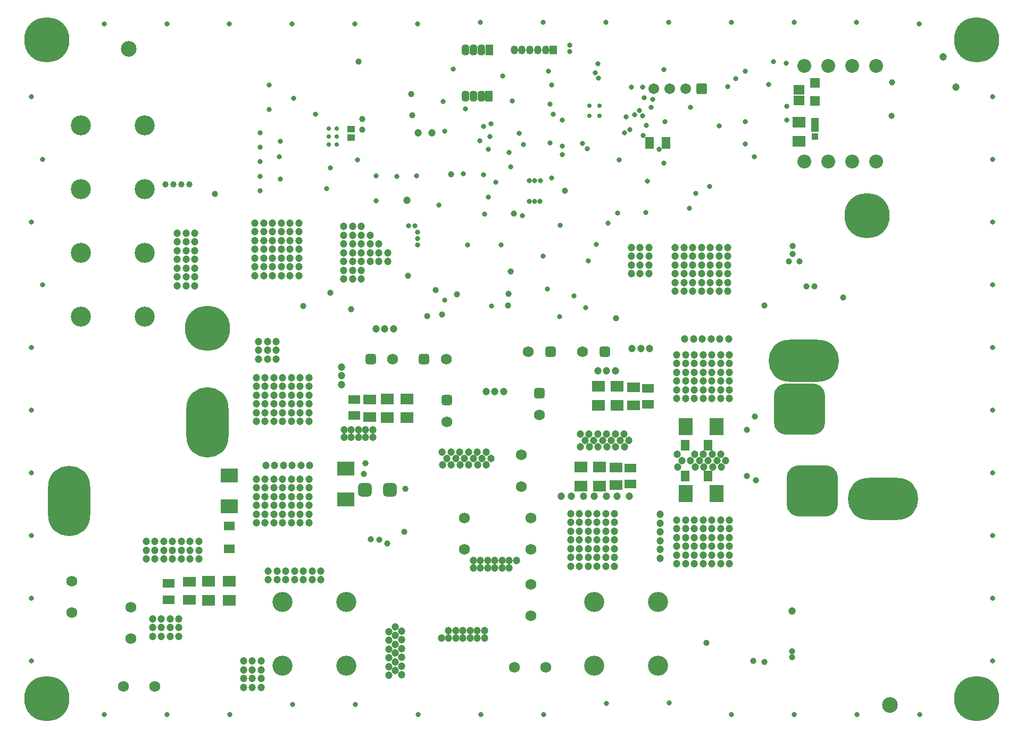
<source format=gbs>
G04*
G04 #@! TF.GenerationSoftware,Altium Limited,CircuitMaker,2.2.1 (2.2.1.6)*
G04*
G04 Layer_Color=8150272*
%FSLAX44Y44*%
%MOMM*%
G71*
G04*
G04 #@! TF.SameCoordinates,19C9E3CA-E082-4F8C-9F67-3D0F94DA41C6*
G04*
G04*
G04 #@! TF.FilePolarity,Negative*
G04*
G01*
G75*
%ADD117C,2.5000*%
%ADD139R,1.2032X1.1032*%
%ADD180R,2.8032X2.3032*%
%ADD181R,2.1032X1.7032*%
%ADD183R,1.0032X1.0032*%
%ADD184R,1.3032X2.2032*%
%ADD186R,2.3032X2.8032*%
G04:AMPARAMS|DCode=191|XSize=2.2032mm|YSize=2.2032mm|CornerRadius=0.6016mm|HoleSize=0mm|Usage=FLASHONLY|Rotation=90.000|XOffset=0mm|YOffset=0mm|HoleType=Round|Shape=RoundedRectangle|*
%AMROUNDEDRECTD191*
21,1,2.2032,1.0000,0,0,90.0*
21,1,1.0000,2.2032,0,0,90.0*
1,1,1.2032,0.5000,0.5000*
1,1,1.2032,0.5000,-0.5000*
1,1,1.2032,-0.5000,-0.5000*
1,1,1.2032,-0.5000,0.5000*
%
%ADD191ROUNDEDRECTD191*%
G04:AMPARAMS|DCode=203|XSize=1.7272mm|YSize=1.7272mm|CornerRadius=0.4826mm|HoleSize=0mm|Usage=FLASHONLY|Rotation=180.000|XOffset=0mm|YOffset=0mm|HoleType=Round|Shape=RoundedRectangle|*
%AMROUNDEDRECTD203*
21,1,1.7272,0.7620,0,0,180.0*
21,1,0.7620,1.7272,0,0,180.0*
1,1,0.9652,-0.3810,0.3810*
1,1,0.9652,0.3810,0.3810*
1,1,0.9652,0.3810,-0.3810*
1,1,0.9652,-0.3810,-0.3810*
%
%ADD203ROUNDEDRECTD203*%
%ADD204C,1.7272*%
G04:AMPARAMS|DCode=205|XSize=1.7272mm|YSize=1.7272mm|CornerRadius=0.4826mm|HoleSize=0mm|Usage=FLASHONLY|Rotation=270.000|XOffset=0mm|YOffset=0mm|HoleType=Round|Shape=RoundedRectangle|*
%AMROUNDEDRECTD205*
21,1,1.7272,0.7620,0,0,270.0*
21,1,0.7620,1.7272,0,0,270.0*
1,1,0.9652,-0.3810,-0.3810*
1,1,0.9652,-0.3810,0.3810*
1,1,0.9652,0.3810,0.3810*
1,1,0.9652,0.3810,-0.3810*
%
%ADD205ROUNDEDRECTD205*%
%ADD206C,2.2032*%
%ADD207R,1.1532X1.7032*%
G04:AMPARAMS|DCode=208|XSize=1.7032mm|YSize=1.1532mm|CornerRadius=0mm|HoleSize=0mm|Usage=FLASHONLY|Rotation=270.000|XOffset=0mm|YOffset=0mm|HoleType=Round|Shape=Octagon|*
%AMOCTAGOND208*
4,1,8,-0.2883,-0.8516,0.2883,-0.8516,0.5766,-0.5633,0.5766,0.5633,0.2883,0.8516,-0.2883,0.8516,-0.5766,0.5633,-0.5766,-0.5633,-0.2883,-0.8516,0.0*
%
%ADD208OCTAGOND208*%

%ADD209O,1.1532X1.4032*%
%ADD210R,1.1532X1.4032*%
%ADD211C,3.2032*%
%ADD212C,7.2032*%
G04:AMPARAMS|DCode=213|XSize=8.2032mm|YSize=8.2032mm|CornerRadius=2.1016mm|HoleSize=0mm|Usage=FLASHONLY|Rotation=270.000|XOffset=0mm|YOffset=0mm|HoleType=Round|Shape=RoundedRectangle|*
%AMROUNDEDRECTD213*
21,1,8.2032,4.0000,0,0,270.0*
21,1,4.0000,8.2032,0,0,270.0*
1,1,4.2032,-2.0000,-2.0000*
1,1,4.2032,-2.0000,2.0000*
1,1,4.2032,2.0000,2.0000*
1,1,4.2032,2.0000,-2.0000*
%
%ADD213ROUNDEDRECTD213*%
%ADD214O,11.2032X6.7032*%
%ADD215O,6.7032X11.2032*%
%ADD216C,1.7032*%
G04:AMPARAMS|DCode=217|XSize=1.7032mm|YSize=1.7032mm|CornerRadius=0.2516mm|HoleSize=0mm|Usage=FLASHONLY|Rotation=180.000|XOffset=0mm|YOffset=0mm|HoleType=Round|Shape=RoundedRectangle|*
%AMROUNDEDRECTD217*
21,1,1.7032,1.2000,0,0,180.0*
21,1,1.2000,1.7032,0,0,180.0*
1,1,0.5032,-0.6000,0.6000*
1,1,0.5032,0.6000,0.6000*
1,1,0.5032,0.6000,-0.6000*
1,1,0.5032,-0.6000,-0.6000*
%
%ADD217ROUNDEDRECTD217*%
%ADD218C,0.7032*%
%ADD219C,0.8032*%
%ADD220C,1.0032*%
%ADD221C,1.2032*%
%ADD273R,2.0032X1.7032*%
%ADD274R,1.6532X1.5532*%
%ADD275R,1.6032X1.5032*%
%ADD276R,1.8032X1.4032*%
%ADD277R,1.9032X1.3532*%
%ADD278R,2.0032X1.5032*%
%ADD279R,1.4032X1.8032*%
%ADD280R,1.4032X1.9532*%
D117*
X1436370Y270510D02*
D03*
X224790Y1315720D02*
D03*
D139*
X579120Y1187850D02*
D03*
Y1174350D02*
D03*
D180*
X384810Y586740D02*
D03*
Y635740D02*
D03*
X570230Y598170D02*
D03*
Y647170D02*
D03*
D181*
X636380Y727950D02*
D03*
Y757950D02*
D03*
X668130Y727950D02*
D03*
Y757950D02*
D03*
X351790Y437120D02*
D03*
Y467120D02*
D03*
X384810Y437120D02*
D03*
Y467120D02*
D03*
X973100Y747960D02*
D03*
Y777960D02*
D03*
X1002310Y747960D02*
D03*
Y777960D02*
D03*
X973970Y649110D02*
D03*
Y619110D02*
D03*
X944760Y649110D02*
D03*
Y619110D02*
D03*
D183*
X1316990Y1176020D02*
D03*
D184*
Y1195020D02*
D03*
D186*
X1111780Y607060D02*
D03*
X1160780D02*
D03*
X1111780Y713740D02*
D03*
X1160780D02*
D03*
D191*
X601030Y613110D02*
D03*
X641030D02*
D03*
D203*
X982420Y833120D02*
D03*
X896340D02*
D03*
X695250Y821690D02*
D03*
X610160D02*
D03*
D204*
X947420Y833120D02*
D03*
X861340D02*
D03*
X730250Y821690D02*
D03*
X645160D02*
D03*
X731520Y721360D02*
D03*
X878840Y732080D02*
D03*
X849630Y668490D02*
D03*
Y618490D02*
D03*
X865270Y518560D02*
D03*
Y568560D02*
D03*
X759460Y568160D02*
D03*
Y518160D02*
D03*
X865270Y462515D02*
D03*
Y412515D02*
D03*
X889000Y330200D02*
D03*
X839000D02*
D03*
X228200Y376320D02*
D03*
Y426320D02*
D03*
X266700Y299720D02*
D03*
X216700D02*
D03*
X134220Y467640D02*
D03*
Y417640D02*
D03*
D205*
X731520Y756360D02*
D03*
X878840Y767080D02*
D03*
D206*
X1300480Y1289050D02*
D03*
X1338580D02*
D03*
X1376680D02*
D03*
X1414780D02*
D03*
Y1136650D02*
D03*
X1376680D02*
D03*
X1338580D02*
D03*
X1300480D02*
D03*
D207*
X798630Y1240790D02*
D03*
X798830Y1314450D02*
D03*
D208*
X786130Y1240790D02*
D03*
X773630D02*
D03*
X761130D02*
D03*
X773830Y1314450D02*
D03*
X761330D02*
D03*
X786330D02*
D03*
D209*
X838600D02*
D03*
X851100D02*
D03*
X863600D02*
D03*
X876100D02*
D03*
X888600D02*
D03*
D210*
X901100D02*
D03*
D211*
X250500Y889200D02*
D03*
X148900D02*
D03*
Y990800D02*
D03*
X250500D02*
D03*
Y1092400D02*
D03*
X148900D02*
D03*
Y1194000D02*
D03*
X250500D02*
D03*
X966070Y434200D02*
D03*
Y332600D02*
D03*
X1067670D02*
D03*
Y434200D02*
D03*
X469900D02*
D03*
Y332600D02*
D03*
X571500D02*
D03*
Y434200D02*
D03*
D212*
X1400000Y1050000D02*
D03*
X95000Y1330000D02*
D03*
X1575000Y280000D02*
D03*
Y1330000D02*
D03*
X350000Y870000D02*
D03*
X95000Y280000D02*
D03*
D213*
X1312860Y611680D02*
D03*
X1292860Y741680D02*
D03*
D214*
X1299710Y818660D02*
D03*
X1425710Y598660D02*
D03*
D215*
X130030Y594860D02*
D03*
X350030Y720860D02*
D03*
D216*
X1060530Y1252220D02*
D03*
X1085930D02*
D03*
X1111330D02*
D03*
D217*
X1136730D02*
D03*
D218*
X556410Y1163020D02*
D03*
Y1189020D02*
D03*
Y1176020D02*
D03*
X543410Y1163020D02*
D03*
Y1189020D02*
D03*
Y1176020D02*
D03*
X974690Y1209040D02*
D03*
X958590Y1225140D02*
D03*
X974690D02*
D03*
X958590Y1209040D02*
D03*
D219*
X186494Y254750D02*
D03*
X286316D02*
D03*
X386138D02*
D03*
X485960Y271260D02*
D03*
X685604Y254750D02*
D03*
X585782Y271260D02*
D03*
X1384358Y254750D02*
D03*
X1484180D02*
D03*
X1084892Y273800D02*
D03*
X1184714Y254750D02*
D03*
X1284536D02*
D03*
X985070Y272530D02*
D03*
X885248Y254750D02*
D03*
X785426D02*
D03*
X1600250Y440604D02*
D03*
Y340782D02*
D03*
Y540426D02*
D03*
Y640248D02*
D03*
Y740070D02*
D03*
Y1039536D02*
D03*
Y939714D02*
D03*
Y839892D02*
D03*
Y1239180D02*
D03*
Y1139358D02*
D03*
X1383684Y1357790D02*
D03*
X1483506Y1355250D02*
D03*
X1283862Y1357790D02*
D03*
X69750Y340782D02*
D03*
Y440604D02*
D03*
Y540426D02*
D03*
Y640248D02*
D03*
Y740070D02*
D03*
Y1039536D02*
D03*
X87530Y939714D02*
D03*
X69750Y839892D02*
D03*
Y1239180D02*
D03*
X87530Y1139358D02*
D03*
X285642Y1355250D02*
D03*
X185820D02*
D03*
X585108D02*
D03*
X485286D02*
D03*
X385464D02*
D03*
X895452Y1227462D02*
D03*
X797560Y1079500D02*
D03*
X448310Y1219200D02*
D03*
X487680Y1236980D02*
D03*
X521970Y1211580D02*
D03*
X466090Y1168550D02*
D03*
X464820Y1144270D02*
D03*
X466090Y1108710D02*
D03*
X434340Y1089660D02*
D03*
Y1112838D02*
D03*
Y1136015D02*
D03*
Y1159193D02*
D03*
Y1182370D02*
D03*
X684930Y1355250D02*
D03*
X784752Y1357790D02*
D03*
X884574D02*
D03*
X984396D02*
D03*
X1184040D02*
D03*
X1084218D02*
D03*
X1250950Y1295400D02*
D03*
X1271270Y1292860D02*
D03*
X1178560Y1256030D02*
D03*
X1191260Y1268730D02*
D03*
X1206500Y1280160D02*
D03*
X1272540Y1202690D02*
D03*
Y1224280D02*
D03*
X1206500Y1200150D02*
D03*
Y1164590D02*
D03*
X927100Y1322070D02*
D03*
Y1311910D02*
D03*
X820420Y1272540D02*
D03*
X741680Y1283970D02*
D03*
X725611Y1231817D02*
D03*
X727710Y1184910D02*
D03*
X546100Y1126490D02*
D03*
X539750Y1093470D02*
D03*
X652004Y1112265D02*
D03*
X618490Y1113790D02*
D03*
Y1073760D02*
D03*
X683260Y1113790D02*
D03*
X764094Y1003432D02*
D03*
X817880Y1003300D02*
D03*
X911860Y1035050D02*
D03*
X897890Y1109980D02*
D03*
Y1258570D02*
D03*
X892983Y1279924D02*
D03*
X835660Y1233170D02*
D03*
X833120Y1127760D02*
D03*
X830580Y1150620D02*
D03*
X800100Y1176020D02*
D03*
X797560Y1155700D02*
D03*
X1042670Y1254760D02*
D03*
X1078230Y1200150D02*
D03*
X1069340Y1155700D02*
D03*
X1149350Y1096850D02*
D03*
X684530Y1023620D02*
D03*
X680720Y1033780D02*
D03*
X684530Y1003300D02*
D03*
Y1013460D02*
D03*
X670420Y1033812D02*
D03*
X851864Y1049571D02*
D03*
X791388Y1052301D02*
D03*
X808990Y1103630D02*
D03*
X757932Y1117015D02*
D03*
X790142Y1115481D02*
D03*
X589280Y1139190D02*
D03*
X1221130Y1143660D02*
D03*
X1243484Y1259234D02*
D03*
X448310Y1258570D02*
D03*
X1047750Y1055370D02*
D03*
X1005840Y1139190D02*
D03*
X1050290Y1104900D02*
D03*
X1118870Y1223010D02*
D03*
X1164590Y1193165D02*
D03*
X784100Y1169670D02*
D03*
X846810Y1181380D02*
D03*
X972185Y1292225D02*
D03*
X972306Y1268884D02*
D03*
X967740Y1277620D02*
D03*
X789940Y1192530D02*
D03*
X760730Y1220470D02*
D03*
X895350Y1165860D02*
D03*
X801370Y1196340D02*
D03*
X853440Y1163320D02*
D03*
X1059381Y1235589D02*
D03*
X718820Y1066800D02*
D03*
X1056640Y1223010D02*
D03*
X1045210Y1238250D02*
D03*
X1030033Y1210611D02*
D03*
X1038251Y1217728D02*
D03*
X1016420Y1207187D02*
D03*
X1022350Y1187168D02*
D03*
X1013919Y1181860D02*
D03*
X1049020Y1193800D02*
D03*
X1042670Y1209040D02*
D03*
X1003300Y1054100D02*
D03*
X1024755Y1254619D02*
D03*
X1127350Y1085850D02*
D03*
X1076960Y1134110D02*
D03*
X1076885Y1282370D02*
D03*
X1043987Y1177601D02*
D03*
X988133Y1037869D02*
D03*
X955040Y1156335D02*
D03*
X947420Y1164659D02*
D03*
X914690Y1202035D02*
D03*
X901046Y1211585D02*
D03*
X914736Y1160789D02*
D03*
X969010Y1004570D02*
D03*
X914736Y1147216D02*
D03*
X1117600Y1061720D02*
D03*
X956310Y977900D02*
D03*
X884623Y985492D02*
D03*
X910590Y889000D02*
D03*
X933450Y922020D02*
D03*
X891140Y933050D02*
D03*
X802240Y905910D02*
D03*
X727710Y915670D02*
D03*
X879941Y1073150D02*
D03*
X871220D02*
D03*
X862498D02*
D03*
X862667Y1106122D02*
D03*
X871388D02*
D03*
X880110D02*
D03*
X952447Y903099D02*
D03*
D220*
X590694Y1295426D02*
D03*
X597024Y1204389D02*
D03*
X674500Y1243826D02*
D03*
X676019Y1210155D02*
D03*
X362030Y1084580D02*
D03*
X1281430Y1002030D02*
D03*
Y989330D02*
D03*
X1236980Y339090D02*
D03*
X1219200Y340360D02*
D03*
X1144800Y369040D02*
D03*
X919480Y1089660D02*
D03*
X1440180Y1262380D02*
D03*
X1438910Y1209040D02*
D03*
X601980Y655320D02*
D03*
X1236980Y906780D02*
D03*
X1221740Y730250D02*
D03*
X1209040Y708660D02*
D03*
X699755Y889563D02*
D03*
X723900Y892810D02*
D03*
X828910Y907180D02*
D03*
X579000Y900550D02*
D03*
X833120Y961390D02*
D03*
X829310Y925830D02*
D03*
X747145Y924175D02*
D03*
X1000760Y886460D02*
D03*
X713774Y930944D02*
D03*
X669844Y954486D02*
D03*
X502520Y905910D02*
D03*
X546366Y926966D02*
D03*
X599530Y638610D02*
D03*
X838200Y1053465D02*
D03*
X737870Y1116282D02*
D03*
X663308Y546100D02*
D03*
X636638Y527439D02*
D03*
X610478Y533852D02*
D03*
X623938Y533488D02*
D03*
X321310Y1099820D02*
D03*
X308610D02*
D03*
X295910D02*
D03*
X283210D02*
D03*
X1223010Y628650D02*
D03*
X1209040Y635000D02*
D03*
X665480Y614680D02*
D03*
X1280450Y355310D02*
D03*
Y346420D02*
D03*
X1316065Y937550D02*
D03*
X1304000D02*
D03*
X1362420Y919770D02*
D03*
X1292570Y976920D02*
D03*
X1276060D02*
D03*
X596900Y1187450D02*
D03*
D221*
X276860Y379730D02*
D03*
X648970Y339090D02*
D03*
Y353060D02*
D03*
Y381000D02*
D03*
Y394970D02*
D03*
Y325120D02*
D03*
Y367030D02*
D03*
X659218Y360081D02*
D03*
Y318171D02*
D03*
Y388021D02*
D03*
Y374051D02*
D03*
Y346111D02*
D03*
Y332141D02*
D03*
X638810Y359410D02*
D03*
Y317500D02*
D03*
Y387350D02*
D03*
Y373380D02*
D03*
Y345440D02*
D03*
Y331470D02*
D03*
X745490Y662940D02*
D03*
X759460D02*
D03*
X787400D02*
D03*
X801370D02*
D03*
X731520D02*
D03*
X773430D02*
D03*
X766481Y652692D02*
D03*
X724571D02*
D03*
X794421D02*
D03*
X780451D02*
D03*
X752511D02*
D03*
X738541D02*
D03*
X765810Y673100D02*
D03*
X723900D02*
D03*
X793750D02*
D03*
X779780D02*
D03*
X751840D02*
D03*
X737870D02*
D03*
X965200Y692150D02*
D03*
X979170D02*
D03*
X1007110D02*
D03*
X1021080D02*
D03*
X951230D02*
D03*
X993140D02*
D03*
X986191Y681902D02*
D03*
X944281D02*
D03*
X1014131D02*
D03*
X1000161D02*
D03*
X972221D02*
D03*
X958251D02*
D03*
X985520Y702310D02*
D03*
X943610D02*
D03*
X1013460D02*
D03*
X999490D02*
D03*
X971550D02*
D03*
X957580D02*
D03*
X1125878Y670106D02*
D03*
X1153818D02*
D03*
X1167788D02*
D03*
X1097938D02*
D03*
X1139848D02*
D03*
X1126549Y649698D02*
D03*
X1154489D02*
D03*
X1168459D02*
D03*
X1098609D02*
D03*
X1140519D02*
D03*
X595300Y976720D02*
D03*
Y962750D02*
D03*
X609270Y976720D02*
D03*
X595300Y990690D02*
D03*
X609270D02*
D03*
X595300Y1004660D02*
D03*
X609270D02*
D03*
X595300Y1018630D02*
D03*
X609270D02*
D03*
X1541780Y1254760D02*
D03*
X1521460Y1303020D02*
D03*
X1280450Y420080D02*
D03*
X707390Y1182370D02*
D03*
X685800D02*
D03*
X1147468Y659946D02*
D03*
X1105558D02*
D03*
X1175408D02*
D03*
X1161438D02*
D03*
X1133498D02*
D03*
X1119528D02*
D03*
X516890Y483870D02*
D03*
X502920D02*
D03*
X474980D02*
D03*
X461010D02*
D03*
X530860D02*
D03*
X488950D02*
D03*
X447040D02*
D03*
X516890Y469900D02*
D03*
X502920D02*
D03*
X474980D02*
D03*
X530860D02*
D03*
X488950D02*
D03*
X447040D02*
D03*
X461010D02*
D03*
X590550Y708660D02*
D03*
Y697230D02*
D03*
X579120D02*
D03*
X567690D02*
D03*
Y708660D02*
D03*
X511810Y616280D02*
D03*
Y630250D02*
D03*
X497840Y616280D02*
D03*
X483870D02*
D03*
Y630250D02*
D03*
X513300Y652280D02*
D03*
X499330D02*
D03*
X579120Y708660D02*
D03*
X601980D02*
D03*
X613410D02*
D03*
X601980Y697230D02*
D03*
X613410D02*
D03*
X668020Y1074420D02*
D03*
X407670Y326390D02*
D03*
Y340360D02*
D03*
Y298450D02*
D03*
Y312420D02*
D03*
X421640Y340360D02*
D03*
X435610D02*
D03*
Y298450D02*
D03*
X421640D02*
D03*
X435610Y326390D02*
D03*
X421640D02*
D03*
Y312420D02*
D03*
X435610D02*
D03*
X745490Y388620D02*
D03*
X756920D02*
D03*
X768350D02*
D03*
X791210D02*
D03*
X779780D02*
D03*
X791210Y377190D02*
D03*
X779780D02*
D03*
X768350D02*
D03*
X756920D02*
D03*
X745490D02*
D03*
X734060Y388620D02*
D03*
Y377190D02*
D03*
X722630D02*
D03*
X1026160Y838200D02*
D03*
X1054100D02*
D03*
X1040130D02*
D03*
X971550Y802640D02*
D03*
X999490D02*
D03*
X985520D02*
D03*
X793750Y769620D02*
D03*
X821690D02*
D03*
X807720D02*
D03*
X618490Y869950D02*
D03*
X646430D02*
D03*
X632460D02*
D03*
X563880Y808990D02*
D03*
Y781050D02*
D03*
Y795020D02*
D03*
X276860Y393700D02*
D03*
X290830D02*
D03*
Y379730D02*
D03*
X262890Y393700D02*
D03*
Y379730D02*
D03*
X304800D02*
D03*
Y393700D02*
D03*
X276860Y407670D02*
D03*
X262890D02*
D03*
X304800D02*
D03*
X290830D02*
D03*
X431800Y835660D02*
D03*
Y821690D02*
D03*
X445770Y835660D02*
D03*
Y821690D02*
D03*
X459740Y835660D02*
D03*
Y821690D02*
D03*
Y849630D02*
D03*
X431800D02*
D03*
X445770D02*
D03*
X471390Y652280D02*
D03*
X443450D02*
D03*
X457420D02*
D03*
X485360D02*
D03*
X842010Y500380D02*
D03*
X830580D02*
D03*
Y488950D02*
D03*
X819150Y500380D02*
D03*
X807720D02*
D03*
X796290D02*
D03*
X784860D02*
D03*
X773430D02*
D03*
X784860Y488950D02*
D03*
X773430D02*
D03*
X796290D02*
D03*
X807720D02*
D03*
X819150D02*
D03*
X1021630Y603250D02*
D03*
X985463D02*
D03*
X1002223D02*
D03*
X949297D02*
D03*
X966057D02*
D03*
X929890D02*
D03*
X913130D02*
D03*
X1180050Y853440D02*
D03*
X1138140D02*
D03*
X1110200D02*
D03*
X1124170D02*
D03*
X1152110D02*
D03*
X1166080D02*
D03*
X266700Y502920D02*
D03*
X252730D02*
D03*
X294640D02*
D03*
X336550D02*
D03*
X280670D02*
D03*
X308610D02*
D03*
X322580D02*
D03*
X252730Y516890D02*
D03*
Y530860D02*
D03*
X294640D02*
D03*
Y516890D02*
D03*
X336550D02*
D03*
Y530860D02*
D03*
X266700D02*
D03*
Y516890D02*
D03*
X280670D02*
D03*
Y530860D02*
D03*
X322580D02*
D03*
X308610Y516890D02*
D03*
Y530860D02*
D03*
X322580Y516890D02*
D03*
X316230Y952500D02*
D03*
X330200Y966470D02*
D03*
X316230D02*
D03*
X330200Y952500D02*
D03*
Y994410D02*
D03*
X316230D02*
D03*
Y1008380D02*
D03*
X330200D02*
D03*
Y938530D02*
D03*
X316230D02*
D03*
Y980440D02*
D03*
X330200D02*
D03*
Y1022350D02*
D03*
X316230D02*
D03*
X302260Y952500D02*
D03*
Y966470D02*
D03*
Y994410D02*
D03*
Y938530D02*
D03*
Y980440D02*
D03*
Y1022350D02*
D03*
Y1008380D02*
D03*
X595300Y948780D02*
D03*
Y1032600D02*
D03*
X637210Y990690D02*
D03*
Y976720D02*
D03*
X567360Y948780D02*
D03*
X581330D02*
D03*
Y990690D02*
D03*
X567360D02*
D03*
Y1032600D02*
D03*
X581330D02*
D03*
X623240Y990690D02*
D03*
X581330Y962750D02*
D03*
X567360D02*
D03*
Y976720D02*
D03*
X581330D02*
D03*
Y1018630D02*
D03*
X567360D02*
D03*
Y1004660D02*
D03*
X581330D02*
D03*
X623240Y976720D02*
D03*
Y1004660D02*
D03*
X425780Y1024410D02*
D03*
X467690Y1038380D02*
D03*
Y996470D02*
D03*
Y954560D02*
D03*
X425780Y1038380D02*
D03*
Y996470D02*
D03*
Y954560D02*
D03*
X467690Y1024410D02*
D03*
Y1010440D02*
D03*
Y982500D02*
D03*
Y968530D02*
D03*
X425780Y1010440D02*
D03*
Y982500D02*
D03*
Y968530D02*
D03*
X495630Y1038380D02*
D03*
X481660D02*
D03*
Y996470D02*
D03*
X495630D02*
D03*
Y954560D02*
D03*
X481660D02*
D03*
X439750Y1038380D02*
D03*
X453720D02*
D03*
Y996470D02*
D03*
X439750D02*
D03*
Y954560D02*
D03*
X453720D02*
D03*
X481660Y1024410D02*
D03*
X495630D02*
D03*
Y1010440D02*
D03*
X481660D02*
D03*
Y968530D02*
D03*
X495630D02*
D03*
Y982500D02*
D03*
X481660D02*
D03*
X453720Y1024410D02*
D03*
X439750D02*
D03*
Y1010440D02*
D03*
X453720D02*
D03*
Y968530D02*
D03*
X439750Y982500D02*
D03*
X453720D02*
D03*
X439750Y968530D02*
D03*
X497840Y574370D02*
D03*
X483870Y588340D02*
D03*
Y574370D02*
D03*
X497840Y588340D02*
D03*
X455930D02*
D03*
Y574370D02*
D03*
X441960D02*
D03*
Y588340D02*
D03*
X497840Y630250D02*
D03*
X455930Y616280D02*
D03*
Y630250D02*
D03*
X441960D02*
D03*
Y616280D02*
D03*
X511810Y588340D02*
D03*
Y574370D02*
D03*
X469900D02*
D03*
Y588340D02*
D03*
X427990D02*
D03*
Y574370D02*
D03*
X469900Y630250D02*
D03*
Y616280D02*
D03*
X427990D02*
D03*
Y630250D02*
D03*
X497840Y560400D02*
D03*
X483870D02*
D03*
X455930D02*
D03*
X497840Y602310D02*
D03*
X483870D02*
D03*
X455930D02*
D03*
X441960D02*
D03*
X511810Y560400D02*
D03*
X469900D02*
D03*
X427990D02*
D03*
X511810Y602310D02*
D03*
X469900D02*
D03*
X427990D02*
D03*
X441960Y560400D02*
D03*
X497840Y736100D02*
D03*
X483870Y750070D02*
D03*
Y736100D02*
D03*
X497840Y750070D02*
D03*
X455930D02*
D03*
Y736100D02*
D03*
X441960D02*
D03*
Y750070D02*
D03*
X483870Y778010D02*
D03*
Y791980D02*
D03*
X497840D02*
D03*
Y778010D02*
D03*
X455930D02*
D03*
Y791980D02*
D03*
X441960D02*
D03*
Y778010D02*
D03*
X511810Y750070D02*
D03*
Y736100D02*
D03*
X469900D02*
D03*
Y750070D02*
D03*
X427990D02*
D03*
Y736100D02*
D03*
X511810Y778010D02*
D03*
Y791980D02*
D03*
X469900D02*
D03*
Y778010D02*
D03*
X427990D02*
D03*
Y791980D02*
D03*
X497840Y722130D02*
D03*
X483870D02*
D03*
X455930D02*
D03*
X497840Y764040D02*
D03*
X483870D02*
D03*
X455930D02*
D03*
X441960D02*
D03*
X511810Y722130D02*
D03*
X469900D02*
D03*
X427990D02*
D03*
X511810Y764040D02*
D03*
X469900D02*
D03*
X427990D02*
D03*
X441960Y722130D02*
D03*
X1108710Y929640D02*
D03*
X1052830Y957580D02*
D03*
X1038860D02*
D03*
X1024890D02*
D03*
X1052830Y971550D02*
D03*
X1038860D02*
D03*
X1024890D02*
D03*
X1052830Y985520D02*
D03*
X1038860D02*
D03*
X1024890D02*
D03*
X1052830Y999490D02*
D03*
X1038860D02*
D03*
X1024890D02*
D03*
X1070610Y560070D02*
D03*
Y546100D02*
D03*
Y518160D02*
D03*
Y504190D02*
D03*
Y532130D02*
D03*
Y574040D02*
D03*
X1097280Y758588D02*
D03*
X1139190D02*
D03*
X1181100D02*
D03*
X1111250D02*
D03*
X1167130D02*
D03*
X1153160D02*
D03*
X1125220D02*
D03*
X1094740Y971550D02*
D03*
X1136650D02*
D03*
X1178560D02*
D03*
X1094740Y929640D02*
D03*
X1136650D02*
D03*
X1178560D02*
D03*
X1097280Y800498D02*
D03*
X1139190D02*
D03*
X1181100D02*
D03*
X1108710Y971550D02*
D03*
X1122680D02*
D03*
X1150620D02*
D03*
X1164590D02*
D03*
X1122680Y929640D02*
D03*
X1150620D02*
D03*
X1164590D02*
D03*
X1097280Y786528D02*
D03*
Y828438D02*
D03*
Y814468D02*
D03*
Y772558D02*
D03*
X1139190Y828438D02*
D03*
Y786528D02*
D03*
Y814468D02*
D03*
Y772558D02*
D03*
X1181100Y786528D02*
D03*
Y828438D02*
D03*
Y814468D02*
D03*
Y772558D02*
D03*
X1094740Y999490D02*
D03*
Y985520D02*
D03*
X1136650D02*
D03*
Y999490D02*
D03*
X1178560D02*
D03*
Y985520D02*
D03*
X1094740Y943610D02*
D03*
Y957580D02*
D03*
X1136650D02*
D03*
Y943610D02*
D03*
X1178560D02*
D03*
Y957580D02*
D03*
X1111250Y800498D02*
D03*
X1167130D02*
D03*
X1153160D02*
D03*
X1108710Y985520D02*
D03*
Y999490D02*
D03*
X1122680D02*
D03*
Y985520D02*
D03*
X1164590D02*
D03*
Y999490D02*
D03*
X1150620D02*
D03*
Y985520D02*
D03*
X1108710Y957580D02*
D03*
Y943610D02*
D03*
X1122680D02*
D03*
Y957580D02*
D03*
X1164590D02*
D03*
X1150620Y943610D02*
D03*
Y957580D02*
D03*
X1164590Y943610D02*
D03*
X1111250Y828438D02*
D03*
Y786528D02*
D03*
Y814468D02*
D03*
Y772558D02*
D03*
X1153160Y786528D02*
D03*
Y828438D02*
D03*
X1167130D02*
D03*
Y786528D02*
D03*
X1153160Y814468D02*
D03*
X1167130D02*
D03*
Y772558D02*
D03*
X1153160D02*
D03*
X1125220Y800498D02*
D03*
Y786528D02*
D03*
Y828438D02*
D03*
Y814468D02*
D03*
Y772558D02*
D03*
X1181100Y509270D02*
D03*
X1167130Y523240D02*
D03*
X1181100D02*
D03*
Y537210D02*
D03*
Y565150D02*
D03*
Y551180D02*
D03*
X1167130Y565150D02*
D03*
Y551180D02*
D03*
X1139190Y565150D02*
D03*
X1153160D02*
D03*
X1139190Y551180D02*
D03*
X1153160Y537210D02*
D03*
X1139190Y523240D02*
D03*
X1153160Y509270D02*
D03*
X1125220D02*
D03*
X1111250Y523240D02*
D03*
X1125220Y537210D02*
D03*
X1111250Y551180D02*
D03*
Y565150D02*
D03*
X1125220D02*
D03*
X1097280Y509270D02*
D03*
Y523240D02*
D03*
Y537210D02*
D03*
Y551180D02*
D03*
Y565150D02*
D03*
Y495300D02*
D03*
X1125220D02*
D03*
X1111250D02*
D03*
X1153160D02*
D03*
X1139190D02*
D03*
X1181100D02*
D03*
X1167130D02*
D03*
Y537210D02*
D03*
Y509270D02*
D03*
X1153160Y551180D02*
D03*
Y523240D02*
D03*
X1139190Y537210D02*
D03*
Y509270D02*
D03*
X1125220Y551180D02*
D03*
Y523240D02*
D03*
X1111250Y537210D02*
D03*
Y509270D02*
D03*
X942340Y491270D02*
D03*
X956310Y505240D02*
D03*
Y491270D02*
D03*
X970280D02*
D03*
X998220D02*
D03*
X984250D02*
D03*
X998220Y505240D02*
D03*
X984250D02*
D03*
X998220Y533180D02*
D03*
Y519210D02*
D03*
X984250Y533180D02*
D03*
X970280Y519210D02*
D03*
X956310Y533180D02*
D03*
X942340Y519210D02*
D03*
Y547150D02*
D03*
X956310Y561120D02*
D03*
X970280Y547150D02*
D03*
X984250Y561120D02*
D03*
X998220D02*
D03*
Y547150D02*
D03*
X942340Y575090D02*
D03*
X956310D02*
D03*
X970280D02*
D03*
X984250D02*
D03*
X998220D02*
D03*
X928370D02*
D03*
Y547150D02*
D03*
Y561120D02*
D03*
Y519210D02*
D03*
Y533180D02*
D03*
Y491270D02*
D03*
Y505240D02*
D03*
X970280D02*
D03*
X942340D02*
D03*
X984250Y519210D02*
D03*
X956310D02*
D03*
X970280Y533180D02*
D03*
X942340D02*
D03*
X984250Y547150D02*
D03*
X956310D02*
D03*
X970280Y561120D02*
D03*
X942340D02*
D03*
D273*
X1291590Y1168654D02*
D03*
Y1198654D02*
D03*
D274*
Y1233810D02*
D03*
Y1250310D02*
D03*
D275*
X1316990Y1261640D02*
D03*
Y1232640D02*
D03*
D276*
X384810Y519210D02*
D03*
Y555210D02*
D03*
D277*
X584310Y756970D02*
D03*
Y731470D02*
D03*
X288290Y463600D02*
D03*
Y438100D02*
D03*
X1051450Y774750D02*
D03*
Y749250D02*
D03*
X1023500Y622250D02*
D03*
Y647750D02*
D03*
D278*
X608440Y728950D02*
D03*
Y756950D02*
D03*
X321310Y438120D02*
D03*
Y466120D02*
D03*
X1028590Y748000D02*
D03*
Y776000D02*
D03*
X1000640Y648690D02*
D03*
Y620690D02*
D03*
D279*
X1147030Y635000D02*
D03*
X1111030D02*
D03*
X1147030Y684530D02*
D03*
X1111030D02*
D03*
D280*
X1079800Y1165860D02*
D03*
X1053800D02*
D03*
M02*

</source>
